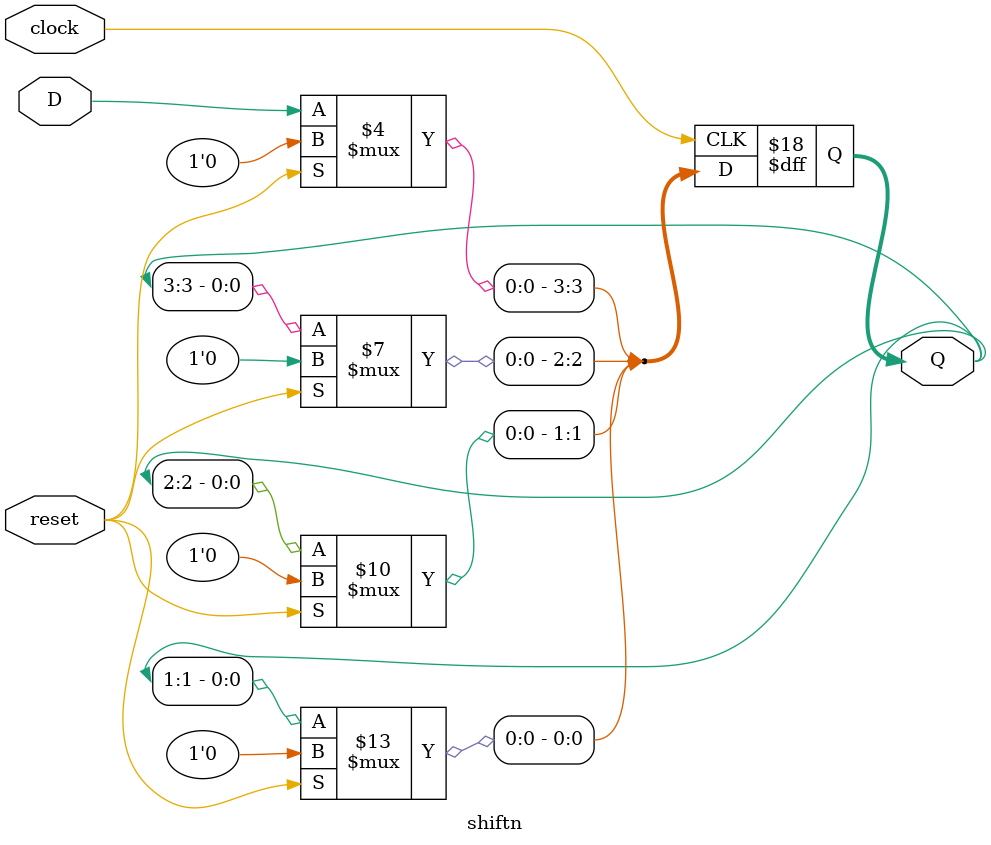
<source format=v>
module edge_detection 
#(parameter n = 20, parameter div = 4)
(
	clock,
	reset,
	data,
	z
);
	
	input clock;
	input reset;
	input data;
	output z;

	localparam A = 2'b01, B = 2'b10;
	
	wire [n-1:0] Q;
	wire [1:0] w;
	wire clk_div;
	reg [1:0] state_D, state_Q; 
	
	shiftn #(.k(n)) U0 (
		.clock(clk_div), 
		.reset(reset), 
		.D(data), 
		.Q(Q)
	);
	
	clk_div #(.n(div)) U1(
		.clk_sys(clock),
		.reset(reset), 
		.clock_div(clk_div)
	);

	assign w[1] = &Q;
	assign w[0] = |Q;
	
	//Define next state
	always @ (w, state_Q)
		case (state_Q)
			A : if(w == 2'b11) state_D = B;
				 else			 state_D = A;
			B : if(w == 2'b00) state_D = A;
				 else			 state_D = B;
			default: ;
		endcase
		
	
	//Define the sequential block
	always @ (posedge clk_div)
		if(reset)
			state_Q <= A;
		else
			state_Q <= state_D;
	
	//define output
	assign z = (state_Q == B) ? 1'b1 : 1'b0;

endmodule



module shiftn 
#(parameter k = 4)
(
	clock,
	reset,
	D,
	Q
);

	input clock;
	input reset;
	input D;
	output reg [k-1:0] Q;
	
	integer i;
	always @ (posedge clock)
	begin
		if(reset)
			Q <= 0;
		else
		begin
			for(i = 0; i < k - 1; i = i + 1)
				Q[i] <= Q[i+1];
			Q[k-1] <= D;
		end
	end
	
endmodule



</source>
